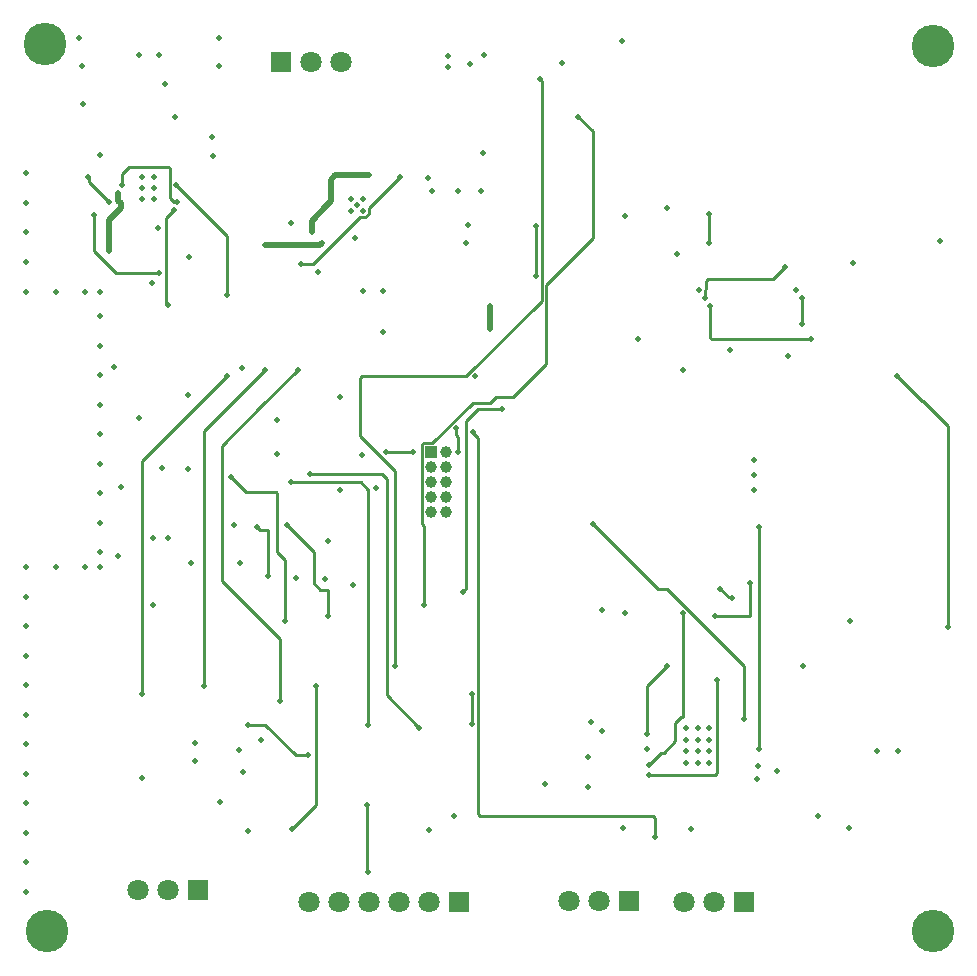
<source format=gbl>
G04*
G04 #@! TF.GenerationSoftware,Altium Limited,Altium Designer,21.9.2 (33)*
G04*
G04 Layer_Physical_Order=4*
G04 Layer_Color=16711680*
%FSLAX25Y25*%
%MOIN*%
G70*
G04*
G04 #@! TF.SameCoordinates,1119CAD8-5D3F-4E39-9046-3B092D1BD9E9*
G04*
G04*
G04 #@! TF.FilePolarity,Positive*
G04*
G01*
G75*
%ADD14C,0.01000*%
%ADD186C,0.02000*%
%ADD188C,0.07087*%
%ADD189R,0.07087X0.07087*%
%ADD190C,0.03960*%
%ADD191R,0.03960X0.03960*%
%ADD192C,0.14173*%
%ADD193C,0.02000*%
D14*
X234278Y124169D02*
X237224Y121223D01*
X238043D01*
X238234Y121031D01*
X25567Y236737D02*
Y248773D01*
X215373Y69491D02*
X219288Y73406D01*
X210564Y65385D02*
X214669Y69491D01*
X215373D01*
X219288Y73406D02*
Y79206D01*
X157480Y218442D02*
X157638Y218284D01*
X153412Y184055D02*
X161417D01*
X232682Y115157D02*
X244094D01*
Y125984D01*
X247201Y70571D02*
Y144532D01*
X247047Y144685D02*
X247201Y144532D01*
X191929Y145752D02*
X213652Y124028D01*
X233268Y62594D02*
Y93504D01*
X232682Y62008D02*
X233268Y62594D01*
X210630Y62008D02*
X232682D01*
X219288Y79206D02*
X221338Y81256D01*
X221722D01*
Y116142D01*
X242284Y80807D02*
Y98409D01*
X213652Y124028D02*
X216664D01*
X242284Y98409D01*
X209720Y91610D02*
X216535Y98425D01*
X209720Y75689D02*
Y91610D01*
X212598Y41512D02*
Y47828D01*
X153543Y48999D02*
X154129Y48413D01*
X212013D02*
X212598Y47828D01*
X154129Y48413D02*
X212013D01*
X153543Y48999D02*
Y174392D01*
X230593Y239258D02*
Y249016D01*
X301550Y186523D02*
X301872D01*
X310039Y178356D01*
X293191Y194882D02*
X301550Y186523D01*
X310039Y111221D02*
Y178356D01*
X230768Y208066D02*
X231353Y207480D01*
X230768Y208066D02*
Y218442D01*
X231353Y207480D02*
X264402D01*
X261524Y212451D02*
Y220758D01*
X261421Y220860D02*
X261524Y220758D01*
X229331Y221001D02*
Y223727D01*
X229604Y224001D01*
Y226776D01*
X230190Y227362D01*
X251969D02*
X255906Y231299D01*
X230190Y227362D02*
X251969D01*
X114294Y247916D02*
X116021D01*
X98531Y232283D02*
X114229Y247981D01*
X94488Y232283D02*
X98531D01*
X114229Y247981D02*
X114294Y247916D01*
X97441Y162402D02*
X121461D01*
X114436Y159528D02*
X116969Y156994D01*
Y78740D02*
Y156994D01*
X123031Y88583D02*
Y160831D01*
X121461Y162402D02*
X123031Y160831D01*
X41514Y166514D02*
X69882Y194882D01*
X131853Y169564D02*
X131890Y169528D01*
X122848Y169564D02*
X131853D01*
X134737Y145752D02*
Y171922D01*
X135322Y172508D01*
X134737Y145752D02*
X135521Y144967D01*
X176238Y198876D02*
Y225451D01*
X149606Y194882D02*
X174738Y220014D01*
X114880Y194882D02*
X149606D01*
X159449Y187992D02*
X165354D01*
X135322Y172508D02*
X138197D01*
X151713Y186024D02*
X157480D01*
X138197Y172508D02*
X151713Y186024D01*
X174738Y220014D02*
Y293224D01*
X165354Y187992D02*
X176238Y198876D01*
X157480Y186024D02*
X159449Y187992D01*
X149372Y180015D02*
X153412Y184055D01*
X149372Y124052D02*
Y180015D01*
X151957Y175978D02*
Y176249D01*
X148622Y123302D02*
X149372Y124052D01*
X151957Y175978D02*
X153543Y174392D01*
X49400Y219571D02*
X50197Y218775D01*
Y218504D02*
Y218775D01*
X49400Y219571D02*
Y247731D01*
X116642Y30313D02*
X116969Y29985D01*
X116642Y30313D02*
Y52134D01*
X116969Y29715D02*
Y29985D01*
X91339Y159528D02*
X114436D01*
X69882Y221933D02*
Y241697D01*
X52982Y258597D02*
X69882Y241697D01*
X68101Y126719D02*
X87402Y107419D01*
Y86614D02*
Y107419D01*
X41514Y88936D02*
Y166514D01*
Y88936D02*
X41602Y88847D01*
X146221Y175194D02*
X146904Y174512D01*
Y169528D02*
Y174512D01*
X146221Y175194D02*
Y177320D01*
X146030Y177512D02*
X146221Y177320D01*
X62102Y176567D02*
X82587Y197052D01*
X62102Y91535D02*
Y176567D01*
X32973Y229331D02*
X47300D01*
X25567Y236737D02*
X32973Y229331D01*
X68101Y171671D02*
X81323Y184892D01*
X71260Y161365D02*
X71317D01*
X68101Y126719D02*
Y171671D01*
X71317Y161365D02*
X76186Y156496D01*
X86614Y136360D02*
X89270Y133704D01*
X86028Y156496D02*
X86614Y155910D01*
Y136360D02*
Y155910D01*
X172738Y228346D02*
Y244944D01*
X176238Y225451D02*
X191929Y241142D01*
X174213Y293750D02*
X174738Y293224D01*
X174213Y293750D02*
Y294021D01*
X34709Y258597D02*
Y262355D01*
X37117Y264764D01*
X50197D01*
X52112Y253006D02*
X53230D01*
X53283Y252953D01*
X50783Y254335D02*
X52112Y253006D01*
X50783Y254335D02*
Y264178D01*
X50197Y264764D02*
X50783Y264178D01*
X99410Y51980D02*
Y91535D01*
X91535Y44106D02*
X99410Y51980D01*
X92867Y68550D02*
X96917D01*
X117176Y250929D02*
X127502Y261254D01*
X117176Y250929D02*
X117176Y250929D01*
X49400Y247731D02*
X52112Y250443D01*
X23813Y259651D02*
X30512Y252953D01*
X23622Y261254D02*
X23813Y261063D01*
Y259651D02*
Y261063D01*
X187008Y281496D02*
X191929Y276575D01*
Y241142D02*
Y276575D01*
X135521Y118526D02*
Y144967D01*
X101025Y123759D02*
X103517D01*
Y115157D02*
Y123759D01*
X125984Y98425D02*
Y163386D01*
X114294Y175076D02*
X125984Y163386D01*
X114294Y175076D02*
Y194296D01*
X114880Y194882D01*
X76186Y156496D02*
X86028D01*
X89270Y113298D02*
Y133704D01*
X123031Y88583D02*
X133858Y77756D01*
X83493Y128416D02*
Y143533D01*
X79724Y144685D02*
X80709Y143701D01*
X83661D01*
X83493Y143533D02*
X83661Y143701D01*
X89870Y145271D02*
X98917Y136224D01*
Y125868D02*
Y136224D01*
Y125868D02*
X101025Y123759D01*
X82677Y78740D02*
X92867Y68550D01*
X76772Y78740D02*
X82677D01*
X81323Y184892D02*
X81323D01*
X93482Y197052D01*
X148622Y123031D02*
Y123302D01*
X212541Y41454D02*
X212598Y41512D01*
X151443Y79130D02*
Y88957D01*
X117176Y250929D02*
X117242Y250863D01*
X117176Y250929D02*
X117176D01*
X117242Y249137D02*
Y250863D01*
X116021Y247916D02*
X117242Y249137D01*
D186*
X103347Y251969D02*
X104601Y253223D01*
X98207Y246829D02*
X103347Y251969D01*
X157638Y210630D02*
Y218284D01*
X100963Y238758D02*
X101378Y239173D01*
X82587Y238758D02*
X100963D01*
X105970Y261865D02*
X117104D01*
X104601Y253223D02*
Y260496D01*
X105970Y261865D01*
X33465Y255906D02*
X33656Y255714D01*
Y253444D02*
X34449Y252651D01*
X33656Y253444D02*
Y255714D01*
X34449Y250929D02*
Y252651D01*
X98207Y243110D02*
Y246829D01*
X30512Y236614D02*
Y246992D01*
X34449Y250929D01*
D188*
X97284Y19685D02*
D03*
X107283D02*
D03*
X117283D02*
D03*
X137284D02*
D03*
X127284D02*
D03*
X40197Y23622D02*
D03*
X50197D02*
D03*
X98000Y299740D02*
D03*
X108000D02*
D03*
X232283Y19685D02*
D03*
X222284D02*
D03*
X193898Y20169D02*
D03*
X183898D02*
D03*
D189*
X147283Y19685D02*
D03*
X60197Y23622D02*
D03*
X88000Y299740D02*
D03*
X242284Y19685D02*
D03*
X203898Y20169D02*
D03*
D190*
X137716Y149528D02*
D03*
Y159528D02*
D03*
Y164528D02*
D03*
X142717Y149528D02*
D03*
X137716Y154528D02*
D03*
X142717Y159528D02*
D03*
Y154528D02*
D03*
Y164528D02*
D03*
Y169528D02*
D03*
D191*
X137716D02*
D03*
D192*
X9843Y9843D02*
D03*
X305118D02*
D03*
X9252Y305709D02*
D03*
X305118Y305118D02*
D03*
D193*
X253138Y63429D02*
D03*
X245505Y167125D02*
D03*
Y162071D02*
D03*
Y156871D02*
D03*
X222788Y77756D02*
D03*
X230662D02*
D03*
X226725D02*
D03*
Y73819D02*
D03*
X230662D02*
D03*
X222788D02*
D03*
X226725Y69882D02*
D03*
X230662D02*
D03*
X222788D02*
D03*
X226725Y65945D02*
D03*
X230662D02*
D03*
X222788D02*
D03*
X247005Y65154D02*
D03*
X246615Y60835D02*
D03*
X277654Y113189D02*
D03*
X194882Y76603D02*
D03*
X27591Y223031D02*
D03*
Y214914D02*
D03*
Y205071D02*
D03*
Y195229D02*
D03*
Y185388D02*
D03*
Y175546D02*
D03*
Y165704D02*
D03*
Y155862D02*
D03*
Y146020D02*
D03*
Y136178D02*
D03*
Y131268D02*
D03*
X2953Y262745D02*
D03*
Y252817D02*
D03*
Y242888D02*
D03*
Y232960D02*
D03*
X34581Y158028D02*
D03*
X2953Y23000D02*
D03*
Y32842D02*
D03*
Y42685D02*
D03*
Y52528D02*
D03*
Y62370D02*
D03*
Y72213D02*
D03*
Y82055D02*
D03*
Y91898D02*
D03*
Y101740D02*
D03*
Y111583D02*
D03*
Y121425D02*
D03*
Y131268D02*
D03*
X12795Y131267D02*
D03*
X22638D02*
D03*
X12795Y223031D02*
D03*
X2953D02*
D03*
X22638Y223027D02*
D03*
X238234Y121031D02*
D03*
X234278Y124169D02*
D03*
X112380Y240945D02*
D03*
X121829Y223425D02*
D03*
X115157D02*
D03*
X121829Y209614D02*
D03*
X100180Y229532D02*
D03*
X21997Y285740D02*
D03*
X27559Y268701D02*
D03*
X64961Y274606D02*
D03*
X190129Y68012D02*
D03*
Y58110D02*
D03*
X175839Y58932D02*
D03*
X191079Y79531D02*
D03*
X202432Y116142D02*
D03*
X194882Y116982D02*
D03*
X261811Y98425D02*
D03*
X293465Y69882D02*
D03*
X286544D02*
D03*
X266828Y48228D02*
D03*
X209720Y70571D02*
D03*
X45325Y118526D02*
D03*
X33465Y134878D02*
D03*
X67637Y53071D02*
D03*
X57969Y132624D02*
D03*
X48108Y164476D02*
D03*
X32065Y197944D02*
D03*
X40400Y181018D02*
D03*
X56840Y163886D02*
D03*
X56860Y188629D02*
D03*
X73967Y70366D02*
D03*
X74050Y132538D02*
D03*
X72101Y145213D02*
D03*
X76772Y43307D02*
D03*
X75306Y62992D02*
D03*
X103662Y140024D02*
D03*
X86365Y168982D02*
D03*
X86614Y180467D02*
D03*
X74803Y197835D02*
D03*
X107600Y156923D02*
D03*
X107527Y187856D02*
D03*
X44840Y225866D02*
D03*
X46922Y244488D02*
D03*
X21535Y298488D02*
D03*
X20669Y307740D02*
D03*
X40657Y302045D02*
D03*
X49076Y292364D02*
D03*
X47278Y302075D02*
D03*
X57247Y234674D02*
D03*
X91339Y245955D02*
D03*
X52407Y281454D02*
D03*
X65158Y268390D02*
D03*
X67328Y307740D02*
D03*
Y298488D02*
D03*
X137311Y43794D02*
D03*
X145474Y48413D02*
D03*
X201846Y44331D02*
D03*
X119597Y157676D02*
D03*
X224410Y43937D02*
D03*
X114965Y168747D02*
D03*
X152522Y194882D02*
D03*
X149372Y239173D02*
D03*
X138358Y256676D02*
D03*
X136811Y260919D02*
D03*
X155206Y269252D02*
D03*
X155629Y301989D02*
D03*
X181471Y299264D02*
D03*
X221722Y197052D02*
D03*
X206868Y207480D02*
D03*
X256989Y201738D02*
D03*
X237598Y203634D02*
D03*
X202461Y248430D02*
D03*
X219825Y235736D02*
D03*
X216433Y251141D02*
D03*
X201681Y306671D02*
D03*
X227170Y223560D02*
D03*
X259371D02*
D03*
X278543Y232608D02*
D03*
X307663Y239872D02*
D03*
X25567Y248773D02*
D03*
X210564Y65385D02*
D03*
X277259Y44331D02*
D03*
X157480Y218442D02*
D03*
X157638Y210630D02*
D03*
X161417Y184055D02*
D03*
X244094Y125984D02*
D03*
X232682Y115157D02*
D03*
X191929Y145752D02*
D03*
X233268Y93504D02*
D03*
X210630Y62008D02*
D03*
X247047Y144685D02*
D03*
X247201Y70571D02*
D03*
X242284Y80807D02*
D03*
X221722Y116142D02*
D03*
X216535Y98425D02*
D03*
X209720Y75689D02*
D03*
X41517Y254168D02*
D03*
Y261254D02*
D03*
Y257711D02*
D03*
X45454Y261254D02*
D03*
Y257711D02*
D03*
Y254168D02*
D03*
X111221Y250000D02*
D03*
X113189Y251969D02*
D03*
X111221Y253937D02*
D03*
X115157Y250000D02*
D03*
X115157Y253937D02*
D03*
X230593Y249016D02*
D03*
Y239258D02*
D03*
X293191Y194882D02*
D03*
X261524Y212451D02*
D03*
X261421Y220860D02*
D03*
X264365Y207480D02*
D03*
X229331Y221001D02*
D03*
X230768Y218442D02*
D03*
X255906Y231299D02*
D03*
X146904Y256825D02*
D03*
X101378Y239173D02*
D03*
X150901Y299074D02*
D03*
X143397Y297843D02*
D03*
Y301567D02*
D03*
X131890Y169528D02*
D03*
X122848Y169564D02*
D03*
X150061Y245396D02*
D03*
X50138Y141149D02*
D03*
X45325Y140980D02*
D03*
X151957Y176249D02*
D03*
X50197Y218504D02*
D03*
X116642Y52134D02*
D03*
X116969Y78740D02*
D03*
Y29715D02*
D03*
X91339Y159528D02*
D03*
X97441Y162402D02*
D03*
X69882Y221933D02*
D03*
X87402Y86614D02*
D03*
X41602Y88847D02*
D03*
X146030Y177512D02*
D03*
X69882Y194882D02*
D03*
X71260Y161365D02*
D03*
X41514Y61024D02*
D03*
X117104Y261865D02*
D03*
X34709Y258597D02*
D03*
X172738Y244944D02*
D03*
Y228346D02*
D03*
X146904Y169528D02*
D03*
X53283Y252953D02*
D03*
X33465Y255906D02*
D03*
X310039Y111221D02*
D03*
X96917Y68550D02*
D03*
X82587Y238758D02*
D03*
X98207Y243110D02*
D03*
X52112Y250443D02*
D03*
X174213Y294021D02*
D03*
X30512Y236614D02*
D03*
Y252953D02*
D03*
X23622Y261254D02*
D03*
X187008Y281496D02*
D03*
X135521Y118526D02*
D03*
X103517Y115157D02*
D03*
X89270Y113298D02*
D03*
X125984Y98425D02*
D03*
X79724Y144685D02*
D03*
X83493Y128416D02*
D03*
X89870Y145271D02*
D03*
X133858Y77756D02*
D03*
X99410Y91535D02*
D03*
X62102D02*
D03*
X82587Y197052D02*
D03*
X91535Y44106D02*
D03*
X76772Y78740D02*
D03*
X93482Y197052D02*
D03*
X93012Y127737D02*
D03*
X81193Y73767D02*
D03*
X59055Y66782D02*
D03*
Y72835D02*
D03*
X154528Y256733D02*
D03*
X111721Y125484D02*
D03*
X102517Y127359D02*
D03*
X52982Y258597D02*
D03*
X148622Y123031D02*
D03*
X212541Y41454D02*
D03*
X151443Y88957D02*
D03*
Y79130D02*
D03*
X103347Y251969D02*
D03*
X47300Y229331D02*
D03*
X94488Y232283D02*
D03*
X127502Y261254D02*
D03*
M02*

</source>
